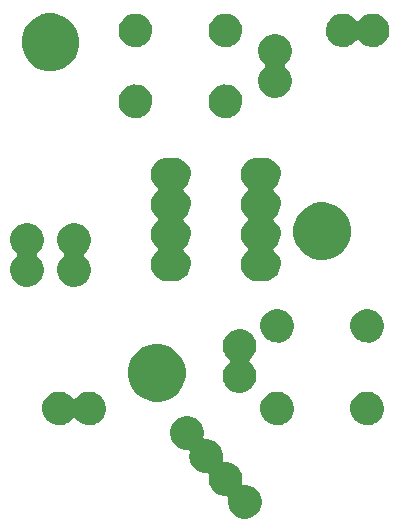
<source format=gts>
G04 #@! TF.FileFunction,Soldermask,Top*
%FSLAX46Y46*%
G04 Gerber Fmt 4.6, Leading zero omitted, Abs format (unit mm)*
G04 Created by KiCad (PCBNEW 4.0.2-stable) date 05/06/2017 19:07:13*
%MOMM*%
G01*
G04 APERTURE LIST*
%ADD10C,0.100000*%
G04 APERTURE END LIST*
D10*
G36*
X37700379Y-59659909D02*
X37973632Y-59716000D01*
X38230788Y-59824098D01*
X38462040Y-59980081D01*
X38658602Y-60178019D01*
X38812968Y-60410357D01*
X38919269Y-60668263D01*
X38973171Y-60940491D01*
X38973170Y-60940536D01*
X38973440Y-60941898D01*
X38968991Y-61260508D01*
X38968684Y-61261861D01*
X38968683Y-61261909D01*
X38947277Y-61356129D01*
X38942580Y-61413114D01*
X38953945Y-61469153D01*
X38980472Y-61519806D01*
X39020060Y-61561064D01*
X39069575Y-61589659D01*
X39144008Y-61604342D01*
X39333060Y-61605662D01*
X39606313Y-61661753D01*
X39863469Y-61769851D01*
X40094721Y-61925834D01*
X40291283Y-62123772D01*
X40445649Y-62356110D01*
X40551950Y-62614016D01*
X40605852Y-62886244D01*
X40605851Y-62886289D01*
X40606121Y-62887651D01*
X40601672Y-63206261D01*
X40601365Y-63207614D01*
X40601364Y-63207660D01*
X40579958Y-63301880D01*
X40575261Y-63358866D01*
X40586626Y-63414904D01*
X40613152Y-63465558D01*
X40652741Y-63506815D01*
X40702256Y-63535411D01*
X40776689Y-63550094D01*
X40965740Y-63551414D01*
X41238993Y-63607505D01*
X41496149Y-63715603D01*
X41727401Y-63871586D01*
X41923963Y-64069524D01*
X42078329Y-64301862D01*
X42184630Y-64559768D01*
X42238532Y-64831996D01*
X42238531Y-64832041D01*
X42238801Y-64833403D01*
X42234352Y-65152013D01*
X42234045Y-65153366D01*
X42234044Y-65153414D01*
X42212638Y-65247634D01*
X42207941Y-65304619D01*
X42219306Y-65360658D01*
X42245833Y-65411311D01*
X42285421Y-65452569D01*
X42334936Y-65481164D01*
X42409369Y-65495847D01*
X42598421Y-65497167D01*
X42871674Y-65553258D01*
X43128830Y-65661356D01*
X43360082Y-65817339D01*
X43556644Y-66015277D01*
X43711010Y-66247615D01*
X43817311Y-66505521D01*
X43871213Y-66777749D01*
X43871212Y-66777794D01*
X43871482Y-66779156D01*
X43867033Y-67097766D01*
X43866726Y-67099119D01*
X43866725Y-67099165D01*
X43805242Y-67369784D01*
X43691784Y-67624614D01*
X43530989Y-67852556D01*
X43328977Y-68044929D01*
X43093457Y-68194395D01*
X42833388Y-68295268D01*
X42558672Y-68343709D01*
X42279790Y-68337866D01*
X42007345Y-68277965D01*
X41751725Y-68166288D01*
X41522672Y-68007092D01*
X41328893Y-67806428D01*
X41177788Y-67571958D01*
X41075098Y-67312594D01*
X41024742Y-67038226D01*
X41028637Y-66759310D01*
X41053581Y-66641957D01*
X41057481Y-66584911D01*
X41045335Y-66529037D01*
X41018104Y-66478759D01*
X40977943Y-66438058D01*
X40928034Y-66410157D01*
X40859077Y-66396554D01*
X40647109Y-66392113D01*
X40374664Y-66332212D01*
X40119044Y-66220535D01*
X39889991Y-66061339D01*
X39696212Y-65860675D01*
X39545107Y-65626205D01*
X39442417Y-65366841D01*
X39392061Y-65092473D01*
X39395956Y-64813558D01*
X39420900Y-64696205D01*
X39424800Y-64639159D01*
X39412654Y-64583285D01*
X39385423Y-64533007D01*
X39345263Y-64492306D01*
X39295353Y-64464405D01*
X39226396Y-64450802D01*
X39014429Y-64446361D01*
X38741984Y-64386460D01*
X38486364Y-64274783D01*
X38257311Y-64115587D01*
X38063532Y-63914923D01*
X37912427Y-63680453D01*
X37809737Y-63421089D01*
X37759381Y-63146721D01*
X37763276Y-62867805D01*
X37788220Y-62750452D01*
X37792120Y-62693406D01*
X37779974Y-62637532D01*
X37752743Y-62587254D01*
X37712582Y-62546553D01*
X37662673Y-62518652D01*
X37593716Y-62505049D01*
X37381748Y-62500608D01*
X37109303Y-62440707D01*
X36853683Y-62329030D01*
X36624630Y-62169834D01*
X36430851Y-61969170D01*
X36279746Y-61734700D01*
X36177056Y-61475336D01*
X36126700Y-61200968D01*
X36130595Y-60922051D01*
X36188592Y-60649194D01*
X36298481Y-60392805D01*
X36456078Y-60162639D01*
X36655376Y-59967473D01*
X36888796Y-59814728D01*
X37147431Y-59710232D01*
X37421440Y-59657962D01*
X37700379Y-59659909D01*
X37700379Y-59659909D01*
G37*
G36*
X29419400Y-57578538D02*
X29692653Y-57634629D01*
X29949809Y-57742727D01*
X30181061Y-57898710D01*
X30377623Y-58096648D01*
X30531989Y-58328986D01*
X30638290Y-58586892D01*
X30692192Y-58859120D01*
X30692191Y-58859165D01*
X30692461Y-58860527D01*
X30688012Y-59179137D01*
X30687705Y-59180490D01*
X30687704Y-59180536D01*
X30626221Y-59451155D01*
X30512763Y-59705985D01*
X30351968Y-59933927D01*
X30149956Y-60126300D01*
X29914436Y-60275766D01*
X29654367Y-60376639D01*
X29379651Y-60425080D01*
X29100769Y-60419237D01*
X28828324Y-60359336D01*
X28572704Y-60247659D01*
X28343651Y-60088463D01*
X28144036Y-59881757D01*
X28098924Y-59846624D01*
X28045810Y-59825449D01*
X27988900Y-59819910D01*
X27932700Y-59830445D01*
X27881660Y-59856220D01*
X27831821Y-59905782D01*
X27811966Y-59933928D01*
X27609956Y-60126300D01*
X27374436Y-60275766D01*
X27114367Y-60376639D01*
X26839651Y-60425080D01*
X26560769Y-60419237D01*
X26288324Y-60359336D01*
X26032704Y-60247659D01*
X25803651Y-60088463D01*
X25609872Y-59887799D01*
X25458767Y-59653329D01*
X25356077Y-59393965D01*
X25305721Y-59119597D01*
X25309616Y-58840680D01*
X25367613Y-58567823D01*
X25477502Y-58311434D01*
X25635099Y-58081268D01*
X25834397Y-57886102D01*
X26067817Y-57733357D01*
X26326452Y-57628861D01*
X26600461Y-57576591D01*
X26879400Y-57578538D01*
X27152653Y-57634629D01*
X27409809Y-57742727D01*
X27641061Y-57898710D01*
X27851660Y-58110784D01*
X27851921Y-58110524D01*
X27869952Y-58130769D01*
X27918371Y-58161183D01*
X27973347Y-58176904D01*
X28030525Y-58176687D01*
X28085379Y-58160548D01*
X28133566Y-58129767D01*
X28168837Y-58090416D01*
X28175103Y-58081264D01*
X28374397Y-57886102D01*
X28607817Y-57733357D01*
X28866452Y-57628861D01*
X29140461Y-57576591D01*
X29419400Y-57578538D01*
X29419400Y-57578538D01*
G37*
G36*
X45339400Y-57578538D02*
X45612653Y-57634629D01*
X45869809Y-57742727D01*
X46101061Y-57898710D01*
X46297623Y-58096648D01*
X46451989Y-58328986D01*
X46558290Y-58586892D01*
X46612192Y-58859120D01*
X46612191Y-58859165D01*
X46612461Y-58860527D01*
X46608012Y-59179137D01*
X46607705Y-59180490D01*
X46607704Y-59180536D01*
X46546221Y-59451155D01*
X46432763Y-59705985D01*
X46271968Y-59933927D01*
X46069956Y-60126300D01*
X45834436Y-60275766D01*
X45574367Y-60376639D01*
X45299651Y-60425080D01*
X45020769Y-60419237D01*
X44748324Y-60359336D01*
X44492704Y-60247659D01*
X44263651Y-60088463D01*
X44069872Y-59887799D01*
X43918767Y-59653329D01*
X43816077Y-59393965D01*
X43765721Y-59119597D01*
X43769616Y-58840680D01*
X43827613Y-58567823D01*
X43937502Y-58311434D01*
X44095099Y-58081268D01*
X44294397Y-57886102D01*
X44527817Y-57733357D01*
X44786452Y-57628861D01*
X45060461Y-57576591D01*
X45339400Y-57578538D01*
X45339400Y-57578538D01*
G37*
G36*
X52959400Y-57578538D02*
X53232653Y-57634629D01*
X53489809Y-57742727D01*
X53721061Y-57898710D01*
X53917623Y-58096648D01*
X54071989Y-58328986D01*
X54178290Y-58586892D01*
X54232192Y-58859120D01*
X54232191Y-58859165D01*
X54232461Y-58860527D01*
X54228012Y-59179137D01*
X54227705Y-59180490D01*
X54227704Y-59180536D01*
X54166221Y-59451155D01*
X54052763Y-59705985D01*
X53891968Y-59933927D01*
X53689956Y-60126300D01*
X53454436Y-60275766D01*
X53194367Y-60376639D01*
X52919651Y-60425080D01*
X52640769Y-60419237D01*
X52368324Y-60359336D01*
X52112704Y-60247659D01*
X51883651Y-60088463D01*
X51689872Y-59887799D01*
X51538767Y-59653329D01*
X51436077Y-59393965D01*
X51385721Y-59119597D01*
X51389616Y-58840680D01*
X51447613Y-58567823D01*
X51557502Y-58311434D01*
X51715099Y-58081268D01*
X51914397Y-57886102D01*
X52147817Y-57733357D01*
X52406452Y-57628861D01*
X52680461Y-57576591D01*
X52959400Y-57578538D01*
X52959400Y-57578538D01*
G37*
G36*
X35256114Y-53563215D02*
X35724550Y-53659371D01*
X36165377Y-53844678D01*
X36561818Y-54112081D01*
X36898775Y-54451398D01*
X37163404Y-54849697D01*
X37345633Y-55291815D01*
X37438236Y-55759496D01*
X37438235Y-55759546D01*
X37438504Y-55760903D01*
X37430877Y-56307091D01*
X37430570Y-56308444D01*
X37430569Y-56308490D01*
X37324944Y-56773402D01*
X37130442Y-57210262D01*
X36854796Y-57601015D01*
X36508499Y-57930790D01*
X36104740Y-58187022D01*
X35658911Y-58359947D01*
X35187975Y-58442987D01*
X34709889Y-58432972D01*
X34242844Y-58330285D01*
X33804644Y-58138841D01*
X33411969Y-57865925D01*
X33079788Y-57521941D01*
X32820747Y-57119988D01*
X32644709Y-56675368D01*
X32558385Y-56205026D01*
X32565062Y-55726882D01*
X32664486Y-55259128D01*
X32852866Y-54819604D01*
X33123030Y-54425039D01*
X33464690Y-54090461D01*
X33864830Y-53828617D01*
X34308205Y-53649482D01*
X34777933Y-53559876D01*
X35256114Y-53563215D01*
X35256114Y-53563215D01*
G37*
G36*
X42149400Y-52308538D02*
X42422653Y-52364629D01*
X42679809Y-52472727D01*
X42911061Y-52628710D01*
X43107623Y-52826648D01*
X43261989Y-53058986D01*
X43368290Y-53316892D01*
X43422192Y-53589120D01*
X43422191Y-53589165D01*
X43422461Y-53590527D01*
X43418012Y-53909137D01*
X43417705Y-53910490D01*
X43417704Y-53910536D01*
X43356221Y-54181155D01*
X43242763Y-54435985D01*
X43081968Y-54663927D01*
X42883833Y-54852608D01*
X42848386Y-54897474D01*
X42826841Y-54950438D01*
X42820904Y-55007308D01*
X42831046Y-55063580D01*
X42856464Y-55114799D01*
X42910333Y-55168219D01*
X42911063Y-55168712D01*
X43107623Y-55366648D01*
X43261989Y-55598986D01*
X43368290Y-55856892D01*
X43422192Y-56129120D01*
X43422191Y-56129165D01*
X43422461Y-56130527D01*
X43418012Y-56449137D01*
X43417705Y-56450490D01*
X43417704Y-56450536D01*
X43356221Y-56721155D01*
X43242763Y-56975985D01*
X43081968Y-57203927D01*
X42879956Y-57396300D01*
X42644436Y-57545766D01*
X42384367Y-57646639D01*
X42109651Y-57695080D01*
X41830769Y-57689237D01*
X41558324Y-57629336D01*
X41302704Y-57517659D01*
X41073651Y-57358463D01*
X40879872Y-57157799D01*
X40728767Y-56923329D01*
X40626077Y-56663965D01*
X40575721Y-56389597D01*
X40579616Y-56110680D01*
X40637613Y-55837823D01*
X40747502Y-55581434D01*
X40905099Y-55351268D01*
X41117801Y-55142976D01*
X41152619Y-55097620D01*
X41173423Y-55044360D01*
X41178565Y-54987413D01*
X41167638Y-54931288D01*
X41141508Y-54880429D01*
X41091601Y-54830939D01*
X41073650Y-54818463D01*
X40879872Y-54617799D01*
X40728767Y-54383329D01*
X40626077Y-54123965D01*
X40575721Y-53849597D01*
X40579616Y-53570680D01*
X40637613Y-53297823D01*
X40747502Y-53041434D01*
X40905099Y-52811268D01*
X41104397Y-52616102D01*
X41337817Y-52463357D01*
X41596452Y-52358861D01*
X41870461Y-52306591D01*
X42149400Y-52308538D01*
X42149400Y-52308538D01*
G37*
G36*
X52959400Y-50578538D02*
X53232653Y-50634629D01*
X53489809Y-50742727D01*
X53721061Y-50898710D01*
X53917623Y-51096648D01*
X54071989Y-51328986D01*
X54178290Y-51586892D01*
X54232192Y-51859120D01*
X54232191Y-51859165D01*
X54232461Y-51860527D01*
X54228012Y-52179137D01*
X54227705Y-52180490D01*
X54227704Y-52180536D01*
X54166221Y-52451155D01*
X54052763Y-52705985D01*
X53891968Y-52933927D01*
X53689956Y-53126300D01*
X53454436Y-53275766D01*
X53194367Y-53376639D01*
X52919651Y-53425080D01*
X52640769Y-53419237D01*
X52368324Y-53359336D01*
X52112704Y-53247659D01*
X51883651Y-53088463D01*
X51689872Y-52887799D01*
X51538767Y-52653329D01*
X51436077Y-52393965D01*
X51385721Y-52119597D01*
X51389616Y-51840680D01*
X51447613Y-51567823D01*
X51557502Y-51311434D01*
X51715099Y-51081268D01*
X51914397Y-50886102D01*
X52147817Y-50733357D01*
X52406452Y-50628861D01*
X52680461Y-50576591D01*
X52959400Y-50578538D01*
X52959400Y-50578538D01*
G37*
G36*
X45339400Y-50578538D02*
X45612653Y-50634629D01*
X45869809Y-50742727D01*
X46101061Y-50898710D01*
X46297623Y-51096648D01*
X46451989Y-51328986D01*
X46558290Y-51586892D01*
X46612192Y-51859120D01*
X46612191Y-51859165D01*
X46612461Y-51860527D01*
X46608012Y-52179137D01*
X46607705Y-52180490D01*
X46607704Y-52180536D01*
X46546221Y-52451155D01*
X46432763Y-52705985D01*
X46271968Y-52933927D01*
X46069956Y-53126300D01*
X45834436Y-53275766D01*
X45574367Y-53376639D01*
X45299651Y-53425080D01*
X45020769Y-53419237D01*
X44748324Y-53359336D01*
X44492704Y-53247659D01*
X44263651Y-53088463D01*
X44069872Y-52887799D01*
X43918767Y-52653329D01*
X43816077Y-52393965D01*
X43765721Y-52119597D01*
X43769616Y-51840680D01*
X43827613Y-51567823D01*
X43937502Y-51311434D01*
X44095099Y-51081268D01*
X44294397Y-50886102D01*
X44527817Y-50733357D01*
X44786452Y-50628861D01*
X45060461Y-50576591D01*
X45339400Y-50578538D01*
X45339400Y-50578538D01*
G37*
G36*
X28149400Y-43308538D02*
X28422653Y-43364629D01*
X28679809Y-43472727D01*
X28911061Y-43628710D01*
X29107623Y-43826648D01*
X29261989Y-44058986D01*
X29368290Y-44316892D01*
X29422192Y-44589120D01*
X29422191Y-44589165D01*
X29422461Y-44590527D01*
X29418012Y-44909137D01*
X29417705Y-44910490D01*
X29417704Y-44910536D01*
X29356221Y-45181155D01*
X29242763Y-45435985D01*
X29081968Y-45663927D01*
X28883833Y-45852608D01*
X28848386Y-45897474D01*
X28826841Y-45950438D01*
X28820904Y-46007308D01*
X28831046Y-46063580D01*
X28856464Y-46114799D01*
X28910333Y-46168219D01*
X28911063Y-46168712D01*
X29107623Y-46366648D01*
X29261989Y-46598986D01*
X29368290Y-46856892D01*
X29422192Y-47129120D01*
X29422191Y-47129165D01*
X29422461Y-47130527D01*
X29418012Y-47449137D01*
X29417705Y-47450490D01*
X29417704Y-47450536D01*
X29356221Y-47721155D01*
X29242763Y-47975985D01*
X29081968Y-48203927D01*
X28879956Y-48396300D01*
X28644436Y-48545766D01*
X28384367Y-48646639D01*
X28109651Y-48695080D01*
X27830769Y-48689237D01*
X27558324Y-48629336D01*
X27302704Y-48517659D01*
X27073651Y-48358463D01*
X26879872Y-48157799D01*
X26728767Y-47923329D01*
X26626077Y-47663965D01*
X26575721Y-47389597D01*
X26579616Y-47110680D01*
X26637613Y-46837823D01*
X26747502Y-46581434D01*
X26905099Y-46351268D01*
X27117801Y-46142976D01*
X27152619Y-46097620D01*
X27173423Y-46044360D01*
X27178565Y-45987413D01*
X27167638Y-45931288D01*
X27141508Y-45880429D01*
X27091601Y-45830939D01*
X27073650Y-45818463D01*
X26879872Y-45617799D01*
X26728767Y-45383329D01*
X26626077Y-45123965D01*
X26575721Y-44849597D01*
X26579616Y-44570680D01*
X26637613Y-44297823D01*
X26747502Y-44041434D01*
X26905099Y-43811268D01*
X27104397Y-43616102D01*
X27337817Y-43463357D01*
X27596452Y-43358861D01*
X27870461Y-43306591D01*
X28149400Y-43308538D01*
X28149400Y-43308538D01*
G37*
G36*
X24149400Y-43308538D02*
X24422653Y-43364629D01*
X24679809Y-43472727D01*
X24911061Y-43628710D01*
X25107623Y-43826648D01*
X25261989Y-44058986D01*
X25368290Y-44316892D01*
X25422192Y-44589120D01*
X25422191Y-44589165D01*
X25422461Y-44590527D01*
X25418012Y-44909137D01*
X25417705Y-44910490D01*
X25417704Y-44910536D01*
X25356221Y-45181155D01*
X25242763Y-45435985D01*
X25081968Y-45663927D01*
X24883833Y-45852608D01*
X24848386Y-45897474D01*
X24826841Y-45950438D01*
X24820904Y-46007308D01*
X24831046Y-46063580D01*
X24856464Y-46114799D01*
X24910333Y-46168219D01*
X24911063Y-46168712D01*
X25107623Y-46366648D01*
X25261989Y-46598986D01*
X25368290Y-46856892D01*
X25422192Y-47129120D01*
X25422191Y-47129165D01*
X25422461Y-47130527D01*
X25418012Y-47449137D01*
X25417705Y-47450490D01*
X25417704Y-47450536D01*
X25356221Y-47721155D01*
X25242763Y-47975985D01*
X25081968Y-48203927D01*
X24879956Y-48396300D01*
X24644436Y-48545766D01*
X24384367Y-48646639D01*
X24109651Y-48695080D01*
X23830769Y-48689237D01*
X23558324Y-48629336D01*
X23302704Y-48517659D01*
X23073651Y-48358463D01*
X22879872Y-48157799D01*
X22728767Y-47923329D01*
X22626077Y-47663965D01*
X22575721Y-47389597D01*
X22579616Y-47110680D01*
X22637613Y-46837823D01*
X22747502Y-46581434D01*
X22905099Y-46351268D01*
X23117801Y-46142976D01*
X23152619Y-46097620D01*
X23173423Y-46044360D01*
X23178565Y-45987413D01*
X23167638Y-45931288D01*
X23141508Y-45880429D01*
X23091601Y-45830939D01*
X23073650Y-45818463D01*
X22879872Y-45617799D01*
X22728767Y-45383329D01*
X22626077Y-45123965D01*
X22575721Y-44849597D01*
X22579616Y-44570680D01*
X22637613Y-44297823D01*
X22747502Y-44041434D01*
X22905099Y-43811268D01*
X23104397Y-43616102D01*
X23337817Y-43463357D01*
X23596452Y-43358861D01*
X23870461Y-43306591D01*
X24149400Y-43308538D01*
X24149400Y-43308538D01*
G37*
G36*
X36463722Y-37767679D02*
X36463744Y-37767681D01*
X36471971Y-37767739D01*
X36747845Y-37798683D01*
X37012454Y-37882622D01*
X37255720Y-38016359D01*
X37468377Y-38194799D01*
X37642325Y-38411146D01*
X37770937Y-38657160D01*
X37849316Y-38923469D01*
X37849328Y-38923603D01*
X37849343Y-38923653D01*
X37874485Y-39199924D01*
X37845489Y-39475816D01*
X37845475Y-39475861D01*
X37845459Y-39476013D01*
X37763369Y-39741202D01*
X37631334Y-39985396D01*
X37454383Y-40199293D01*
X37325979Y-40304016D01*
X37288873Y-40344212D01*
X37263328Y-40395367D01*
X37253046Y-40451614D01*
X37258841Y-40508499D01*
X37280254Y-40561517D01*
X37324220Y-40613837D01*
X37468377Y-40734799D01*
X37642325Y-40951146D01*
X37770937Y-41197160D01*
X37849316Y-41463469D01*
X37849328Y-41463603D01*
X37849343Y-41463653D01*
X37874485Y-41739924D01*
X37845489Y-42015816D01*
X37845475Y-42015861D01*
X37845459Y-42016013D01*
X37763369Y-42281202D01*
X37631334Y-42525396D01*
X37454383Y-42739293D01*
X37325979Y-42844016D01*
X37288873Y-42884212D01*
X37263328Y-42935367D01*
X37253046Y-42991614D01*
X37258841Y-43048499D01*
X37280254Y-43101517D01*
X37324220Y-43153837D01*
X37468377Y-43274799D01*
X37642325Y-43491146D01*
X37770937Y-43737160D01*
X37849316Y-44003469D01*
X37849328Y-44003603D01*
X37849343Y-44003653D01*
X37874485Y-44279924D01*
X37845489Y-44555816D01*
X37845475Y-44555861D01*
X37845459Y-44556013D01*
X37763369Y-44821202D01*
X37631334Y-45065396D01*
X37454383Y-45279293D01*
X37325979Y-45384016D01*
X37288873Y-45424212D01*
X37263328Y-45475367D01*
X37253046Y-45531614D01*
X37258841Y-45588499D01*
X37280254Y-45641517D01*
X37324220Y-45693837D01*
X37468377Y-45814799D01*
X37642325Y-46031146D01*
X37770937Y-46277160D01*
X37849316Y-46543469D01*
X37849328Y-46543603D01*
X37849343Y-46543653D01*
X37874485Y-46819924D01*
X37845489Y-47095816D01*
X37845475Y-47095861D01*
X37845459Y-47096013D01*
X37763369Y-47361202D01*
X37631334Y-47605396D01*
X37454383Y-47819293D01*
X37239255Y-47994747D01*
X36994146Y-48125074D01*
X36728390Y-48205311D01*
X36452111Y-48232400D01*
X35927601Y-48232400D01*
X35916278Y-48232321D01*
X35916256Y-48232319D01*
X35908029Y-48232261D01*
X35632155Y-48201317D01*
X35367546Y-48117378D01*
X35124280Y-47983641D01*
X34911623Y-47805201D01*
X34737675Y-47588854D01*
X34609063Y-47342840D01*
X34530684Y-47076531D01*
X34530672Y-47076397D01*
X34530657Y-47076347D01*
X34505515Y-46800076D01*
X34534511Y-46524184D01*
X34534525Y-46524139D01*
X34534541Y-46523987D01*
X34616631Y-46258798D01*
X34748666Y-46014604D01*
X34925617Y-45800707D01*
X35054021Y-45695984D01*
X35091127Y-45655788D01*
X35116672Y-45604633D01*
X35126954Y-45548386D01*
X35121159Y-45491501D01*
X35099746Y-45438483D01*
X35055780Y-45386163D01*
X34911623Y-45265201D01*
X34737675Y-45048854D01*
X34609063Y-44802840D01*
X34530684Y-44536531D01*
X34530672Y-44536397D01*
X34530657Y-44536347D01*
X34505515Y-44260076D01*
X34534511Y-43984184D01*
X34534525Y-43984139D01*
X34534541Y-43983987D01*
X34616631Y-43718798D01*
X34748666Y-43474604D01*
X34925617Y-43260707D01*
X35054021Y-43155984D01*
X35091127Y-43115788D01*
X35116672Y-43064633D01*
X35126954Y-43008386D01*
X35121159Y-42951501D01*
X35099746Y-42898483D01*
X35055780Y-42846163D01*
X34911623Y-42725201D01*
X34737675Y-42508854D01*
X34609063Y-42262840D01*
X34530684Y-41996531D01*
X34530672Y-41996397D01*
X34530657Y-41996347D01*
X34505515Y-41720076D01*
X34534511Y-41444184D01*
X34534525Y-41444139D01*
X34534541Y-41443987D01*
X34616631Y-41178798D01*
X34748666Y-40934604D01*
X34925617Y-40720707D01*
X35054021Y-40615984D01*
X35091127Y-40575788D01*
X35116672Y-40524633D01*
X35126954Y-40468386D01*
X35121159Y-40411501D01*
X35099746Y-40358483D01*
X35055780Y-40306163D01*
X34911623Y-40185201D01*
X34737675Y-39968854D01*
X34609063Y-39722840D01*
X34530684Y-39456531D01*
X34530672Y-39456397D01*
X34530657Y-39456347D01*
X34505515Y-39180076D01*
X34534511Y-38904184D01*
X34534525Y-38904139D01*
X34534541Y-38903987D01*
X34616631Y-38638798D01*
X34748666Y-38394604D01*
X34925617Y-38180707D01*
X35140745Y-38005253D01*
X35385854Y-37874926D01*
X35651610Y-37794689D01*
X35927889Y-37767600D01*
X36452399Y-37767600D01*
X36463722Y-37767679D01*
X36463722Y-37767679D01*
G37*
G36*
X44083722Y-37767679D02*
X44083744Y-37767681D01*
X44091971Y-37767739D01*
X44367845Y-37798683D01*
X44632454Y-37882622D01*
X44875720Y-38016359D01*
X45088377Y-38194799D01*
X45262325Y-38411146D01*
X45390937Y-38657160D01*
X45469316Y-38923469D01*
X45469328Y-38923603D01*
X45469343Y-38923653D01*
X45494485Y-39199924D01*
X45465489Y-39475816D01*
X45465475Y-39475861D01*
X45465459Y-39476013D01*
X45383369Y-39741202D01*
X45251334Y-39985396D01*
X45074383Y-40199293D01*
X44945979Y-40304016D01*
X44908873Y-40344212D01*
X44883328Y-40395367D01*
X44873046Y-40451614D01*
X44878841Y-40508499D01*
X44900254Y-40561517D01*
X44944220Y-40613837D01*
X45088377Y-40734799D01*
X45262325Y-40951146D01*
X45390937Y-41197160D01*
X45469316Y-41463469D01*
X45469328Y-41463603D01*
X45469343Y-41463653D01*
X45494485Y-41739924D01*
X45465489Y-42015816D01*
X45465475Y-42015861D01*
X45465459Y-42016013D01*
X45383369Y-42281202D01*
X45251334Y-42525396D01*
X45074383Y-42739293D01*
X44945979Y-42844016D01*
X44908873Y-42884212D01*
X44883328Y-42935367D01*
X44873046Y-42991614D01*
X44878841Y-43048499D01*
X44900254Y-43101517D01*
X44944220Y-43153837D01*
X45088377Y-43274799D01*
X45262325Y-43491146D01*
X45390937Y-43737160D01*
X45469316Y-44003469D01*
X45469328Y-44003603D01*
X45469343Y-44003653D01*
X45494485Y-44279924D01*
X45465489Y-44555816D01*
X45465475Y-44555861D01*
X45465459Y-44556013D01*
X45383369Y-44821202D01*
X45251334Y-45065396D01*
X45074383Y-45279293D01*
X44945979Y-45384016D01*
X44908873Y-45424212D01*
X44883328Y-45475367D01*
X44873046Y-45531614D01*
X44878841Y-45588499D01*
X44900254Y-45641517D01*
X44944220Y-45693837D01*
X45088377Y-45814799D01*
X45262325Y-46031146D01*
X45390937Y-46277160D01*
X45469316Y-46543469D01*
X45469328Y-46543603D01*
X45469343Y-46543653D01*
X45494485Y-46819924D01*
X45465489Y-47095816D01*
X45465475Y-47095861D01*
X45465459Y-47096013D01*
X45383369Y-47361202D01*
X45251334Y-47605396D01*
X45074383Y-47819293D01*
X44859255Y-47994747D01*
X44614146Y-48125074D01*
X44348390Y-48205311D01*
X44072111Y-48232400D01*
X43547601Y-48232400D01*
X43536278Y-48232321D01*
X43536256Y-48232319D01*
X43528029Y-48232261D01*
X43252155Y-48201317D01*
X42987546Y-48117378D01*
X42744280Y-47983641D01*
X42531623Y-47805201D01*
X42357675Y-47588854D01*
X42229063Y-47342840D01*
X42150684Y-47076531D01*
X42150672Y-47076397D01*
X42150657Y-47076347D01*
X42125515Y-46800076D01*
X42154511Y-46524184D01*
X42154525Y-46524139D01*
X42154541Y-46523987D01*
X42236631Y-46258798D01*
X42368666Y-46014604D01*
X42545617Y-45800707D01*
X42674021Y-45695984D01*
X42711127Y-45655788D01*
X42736672Y-45604633D01*
X42746954Y-45548386D01*
X42741159Y-45491501D01*
X42719746Y-45438483D01*
X42675780Y-45386163D01*
X42531623Y-45265201D01*
X42357675Y-45048854D01*
X42229063Y-44802840D01*
X42150684Y-44536531D01*
X42150672Y-44536397D01*
X42150657Y-44536347D01*
X42125515Y-44260076D01*
X42154511Y-43984184D01*
X42154525Y-43984139D01*
X42154541Y-43983987D01*
X42236631Y-43718798D01*
X42368666Y-43474604D01*
X42545617Y-43260707D01*
X42674021Y-43155984D01*
X42711127Y-43115788D01*
X42736672Y-43064633D01*
X42746954Y-43008386D01*
X42741159Y-42951501D01*
X42719746Y-42898483D01*
X42675780Y-42846163D01*
X42531623Y-42725201D01*
X42357675Y-42508854D01*
X42229063Y-42262840D01*
X42150684Y-41996531D01*
X42150672Y-41996397D01*
X42150657Y-41996347D01*
X42125515Y-41720076D01*
X42154511Y-41444184D01*
X42154525Y-41444139D01*
X42154541Y-41443987D01*
X42236631Y-41178798D01*
X42368666Y-40934604D01*
X42545617Y-40720707D01*
X42674021Y-40615984D01*
X42711127Y-40575788D01*
X42736672Y-40524633D01*
X42746954Y-40468386D01*
X42741159Y-40411501D01*
X42719746Y-40358483D01*
X42675780Y-40306163D01*
X42531623Y-40185201D01*
X42357675Y-39968854D01*
X42229063Y-39722840D01*
X42150684Y-39456531D01*
X42150672Y-39456397D01*
X42150657Y-39456347D01*
X42125515Y-39180076D01*
X42154511Y-38904184D01*
X42154525Y-38904139D01*
X42154541Y-38903987D01*
X42236631Y-38638798D01*
X42368666Y-38394604D01*
X42545617Y-38180707D01*
X42760745Y-38005253D01*
X43005854Y-37874926D01*
X43271610Y-37794689D01*
X43547889Y-37767600D01*
X44072399Y-37767600D01*
X44083722Y-37767679D01*
X44083722Y-37767679D01*
G37*
G36*
X49256114Y-41563215D02*
X49724550Y-41659371D01*
X50165377Y-41844678D01*
X50561818Y-42112081D01*
X50898775Y-42451398D01*
X51163404Y-42849697D01*
X51345633Y-43291815D01*
X51438236Y-43759496D01*
X51438235Y-43759546D01*
X51438504Y-43760903D01*
X51430877Y-44307091D01*
X51430570Y-44308444D01*
X51430569Y-44308490D01*
X51324944Y-44773402D01*
X51130442Y-45210262D01*
X50854796Y-45601015D01*
X50508499Y-45930790D01*
X50104740Y-46187022D01*
X49658911Y-46359947D01*
X49187975Y-46442987D01*
X48709889Y-46432972D01*
X48242844Y-46330285D01*
X47804644Y-46138841D01*
X47411969Y-45865925D01*
X47079788Y-45521941D01*
X46820747Y-45119988D01*
X46644709Y-44675368D01*
X46558385Y-44205026D01*
X46565062Y-43726882D01*
X46664486Y-43259128D01*
X46852866Y-42819604D01*
X47123030Y-42425039D01*
X47464690Y-42090461D01*
X47864830Y-41828617D01*
X48308205Y-41649482D01*
X48777933Y-41559876D01*
X49256114Y-41563215D01*
X49256114Y-41563215D01*
G37*
G36*
X33339400Y-31578538D02*
X33612653Y-31634629D01*
X33869809Y-31742727D01*
X34101061Y-31898710D01*
X34297623Y-32096648D01*
X34451989Y-32328986D01*
X34558290Y-32586892D01*
X34612192Y-32859120D01*
X34612191Y-32859165D01*
X34612461Y-32860527D01*
X34608012Y-33179137D01*
X34607705Y-33180490D01*
X34607704Y-33180536D01*
X34546221Y-33451155D01*
X34432763Y-33705985D01*
X34271968Y-33933927D01*
X34069956Y-34126300D01*
X33834436Y-34275766D01*
X33574367Y-34376639D01*
X33299651Y-34425080D01*
X33020769Y-34419237D01*
X32748324Y-34359336D01*
X32492704Y-34247659D01*
X32263651Y-34088463D01*
X32069872Y-33887799D01*
X31918767Y-33653329D01*
X31816077Y-33393965D01*
X31765721Y-33119597D01*
X31769616Y-32840680D01*
X31827613Y-32567823D01*
X31937502Y-32311434D01*
X32095099Y-32081268D01*
X32294397Y-31886102D01*
X32527817Y-31733357D01*
X32786452Y-31628861D01*
X33060461Y-31576591D01*
X33339400Y-31578538D01*
X33339400Y-31578538D01*
G37*
G36*
X40959400Y-31578538D02*
X41232653Y-31634629D01*
X41489809Y-31742727D01*
X41721061Y-31898710D01*
X41917623Y-32096648D01*
X42071989Y-32328986D01*
X42178290Y-32586892D01*
X42232192Y-32859120D01*
X42232191Y-32859165D01*
X42232461Y-32860527D01*
X42228012Y-33179137D01*
X42227705Y-33180490D01*
X42227704Y-33180536D01*
X42166221Y-33451155D01*
X42052763Y-33705985D01*
X41891968Y-33933927D01*
X41689956Y-34126300D01*
X41454436Y-34275766D01*
X41194367Y-34376639D01*
X40919651Y-34425080D01*
X40640769Y-34419237D01*
X40368324Y-34359336D01*
X40112704Y-34247659D01*
X39883651Y-34088463D01*
X39689872Y-33887799D01*
X39538767Y-33653329D01*
X39436077Y-33393965D01*
X39385721Y-33119597D01*
X39389616Y-32840680D01*
X39447613Y-32567823D01*
X39557502Y-32311434D01*
X39715099Y-32081268D01*
X39914397Y-31886102D01*
X40147817Y-31733357D01*
X40406452Y-31628861D01*
X40680461Y-31576591D01*
X40959400Y-31578538D01*
X40959400Y-31578538D01*
G37*
G36*
X45149400Y-27308538D02*
X45422653Y-27364629D01*
X45679809Y-27472727D01*
X45911061Y-27628710D01*
X46107623Y-27826648D01*
X46261989Y-28058986D01*
X46368290Y-28316892D01*
X46422192Y-28589120D01*
X46422191Y-28589165D01*
X46422461Y-28590527D01*
X46418012Y-28909137D01*
X46417705Y-28910490D01*
X46417704Y-28910536D01*
X46356221Y-29181155D01*
X46242763Y-29435985D01*
X46081968Y-29663927D01*
X45883833Y-29852608D01*
X45848386Y-29897474D01*
X45826841Y-29950438D01*
X45820904Y-30007308D01*
X45831046Y-30063580D01*
X45856464Y-30114799D01*
X45910333Y-30168219D01*
X45911063Y-30168712D01*
X46107623Y-30366648D01*
X46261989Y-30598986D01*
X46368290Y-30856892D01*
X46422192Y-31129120D01*
X46422191Y-31129165D01*
X46422461Y-31130527D01*
X46418012Y-31449137D01*
X46417705Y-31450490D01*
X46417704Y-31450536D01*
X46356221Y-31721155D01*
X46242763Y-31975985D01*
X46081968Y-32203927D01*
X45879956Y-32396300D01*
X45644436Y-32545766D01*
X45384367Y-32646639D01*
X45109651Y-32695080D01*
X44830769Y-32689237D01*
X44558324Y-32629336D01*
X44302704Y-32517659D01*
X44073651Y-32358463D01*
X43879872Y-32157799D01*
X43728767Y-31923329D01*
X43626077Y-31663965D01*
X43575721Y-31389597D01*
X43579616Y-31110680D01*
X43637613Y-30837823D01*
X43747502Y-30581434D01*
X43905099Y-30351268D01*
X44117801Y-30142976D01*
X44152619Y-30097620D01*
X44173423Y-30044360D01*
X44178565Y-29987413D01*
X44167638Y-29931288D01*
X44141508Y-29880429D01*
X44091601Y-29830939D01*
X44073650Y-29818463D01*
X43879872Y-29617799D01*
X43728767Y-29383329D01*
X43626077Y-29123965D01*
X43575721Y-28849597D01*
X43579616Y-28570680D01*
X43637613Y-28297823D01*
X43747502Y-28041434D01*
X43905099Y-27811268D01*
X44104397Y-27616102D01*
X44337817Y-27463357D01*
X44596452Y-27358861D01*
X44870461Y-27306591D01*
X45149400Y-27308538D01*
X45149400Y-27308538D01*
G37*
G36*
X26256114Y-25563215D02*
X26724550Y-25659371D01*
X27165377Y-25844678D01*
X27561818Y-26112081D01*
X27898775Y-26451398D01*
X28163404Y-26849697D01*
X28345633Y-27291815D01*
X28438236Y-27759496D01*
X28438235Y-27759546D01*
X28438504Y-27760903D01*
X28430877Y-28307091D01*
X28430570Y-28308444D01*
X28430569Y-28308490D01*
X28324944Y-28773402D01*
X28130442Y-29210262D01*
X27854796Y-29601015D01*
X27508499Y-29930790D01*
X27104740Y-30187022D01*
X26658911Y-30359947D01*
X26187975Y-30442987D01*
X25709889Y-30432972D01*
X25242844Y-30330285D01*
X24804644Y-30138841D01*
X24411969Y-29865925D01*
X24079788Y-29521941D01*
X23820747Y-29119988D01*
X23644709Y-28675368D01*
X23558385Y-28205026D01*
X23565062Y-27726882D01*
X23664486Y-27259128D01*
X23852866Y-26819604D01*
X24123030Y-26425039D01*
X24464690Y-26090461D01*
X24864830Y-25828617D01*
X25308205Y-25649482D01*
X25777933Y-25559876D01*
X26256114Y-25563215D01*
X26256114Y-25563215D01*
G37*
G36*
X53419400Y-25578538D02*
X53692653Y-25634629D01*
X53949809Y-25742727D01*
X54181061Y-25898710D01*
X54377623Y-26096648D01*
X54531989Y-26328986D01*
X54638290Y-26586892D01*
X54692192Y-26859120D01*
X54692191Y-26859165D01*
X54692461Y-26860527D01*
X54688012Y-27179137D01*
X54687705Y-27180490D01*
X54687704Y-27180536D01*
X54626221Y-27451155D01*
X54512763Y-27705985D01*
X54351968Y-27933927D01*
X54149956Y-28126300D01*
X53914436Y-28275766D01*
X53654367Y-28376639D01*
X53379651Y-28425080D01*
X53100769Y-28419237D01*
X52828324Y-28359336D01*
X52572704Y-28247659D01*
X52343651Y-28088463D01*
X52144036Y-27881757D01*
X52098924Y-27846624D01*
X52045810Y-27825449D01*
X51988900Y-27819910D01*
X51932700Y-27830445D01*
X51881660Y-27856220D01*
X51831821Y-27905782D01*
X51811966Y-27933928D01*
X51609956Y-28126300D01*
X51374436Y-28275766D01*
X51114367Y-28376639D01*
X50839651Y-28425080D01*
X50560769Y-28419237D01*
X50288324Y-28359336D01*
X50032704Y-28247659D01*
X49803651Y-28088463D01*
X49609872Y-27887799D01*
X49458767Y-27653329D01*
X49356077Y-27393965D01*
X49305721Y-27119597D01*
X49309616Y-26840680D01*
X49367613Y-26567823D01*
X49477502Y-26311434D01*
X49635099Y-26081268D01*
X49834397Y-25886102D01*
X50067817Y-25733357D01*
X50326452Y-25628861D01*
X50600461Y-25576591D01*
X50879400Y-25578538D01*
X51152653Y-25634629D01*
X51409809Y-25742727D01*
X51641061Y-25898710D01*
X51851660Y-26110784D01*
X51851921Y-26110524D01*
X51869952Y-26130769D01*
X51918371Y-26161183D01*
X51973347Y-26176904D01*
X52030525Y-26176687D01*
X52085379Y-26160548D01*
X52133566Y-26129767D01*
X52168837Y-26090416D01*
X52175103Y-26081264D01*
X52374397Y-25886102D01*
X52607817Y-25733357D01*
X52866452Y-25628861D01*
X53140461Y-25576591D01*
X53419400Y-25578538D01*
X53419400Y-25578538D01*
G37*
G36*
X40959400Y-25578538D02*
X41232653Y-25634629D01*
X41489809Y-25742727D01*
X41721061Y-25898710D01*
X41917623Y-26096648D01*
X42071989Y-26328986D01*
X42178290Y-26586892D01*
X42232192Y-26859120D01*
X42232191Y-26859165D01*
X42232461Y-26860527D01*
X42228012Y-27179137D01*
X42227705Y-27180490D01*
X42227704Y-27180536D01*
X42166221Y-27451155D01*
X42052763Y-27705985D01*
X41891968Y-27933927D01*
X41689956Y-28126300D01*
X41454436Y-28275766D01*
X41194367Y-28376639D01*
X40919651Y-28425080D01*
X40640769Y-28419237D01*
X40368324Y-28359336D01*
X40112704Y-28247659D01*
X39883651Y-28088463D01*
X39689872Y-27887799D01*
X39538767Y-27653329D01*
X39436077Y-27393965D01*
X39385721Y-27119597D01*
X39389616Y-26840680D01*
X39447613Y-26567823D01*
X39557502Y-26311434D01*
X39715099Y-26081268D01*
X39914397Y-25886102D01*
X40147817Y-25733357D01*
X40406452Y-25628861D01*
X40680461Y-25576591D01*
X40959400Y-25578538D01*
X40959400Y-25578538D01*
G37*
G36*
X33339400Y-25578538D02*
X33612653Y-25634629D01*
X33869809Y-25742727D01*
X34101061Y-25898710D01*
X34297623Y-26096648D01*
X34451989Y-26328986D01*
X34558290Y-26586892D01*
X34612192Y-26859120D01*
X34612191Y-26859165D01*
X34612461Y-26860527D01*
X34608012Y-27179137D01*
X34607705Y-27180490D01*
X34607704Y-27180536D01*
X34546221Y-27451155D01*
X34432763Y-27705985D01*
X34271968Y-27933927D01*
X34069956Y-28126300D01*
X33834436Y-28275766D01*
X33574367Y-28376639D01*
X33299651Y-28425080D01*
X33020769Y-28419237D01*
X32748324Y-28359336D01*
X32492704Y-28247659D01*
X32263651Y-28088463D01*
X32069872Y-27887799D01*
X31918767Y-27653329D01*
X31816077Y-27393965D01*
X31765721Y-27119597D01*
X31769616Y-26840680D01*
X31827613Y-26567823D01*
X31937502Y-26311434D01*
X32095099Y-26081268D01*
X32294397Y-25886102D01*
X32527817Y-25733357D01*
X32786452Y-25628861D01*
X33060461Y-25576591D01*
X33339400Y-25578538D01*
X33339400Y-25578538D01*
G37*
M02*

</source>
